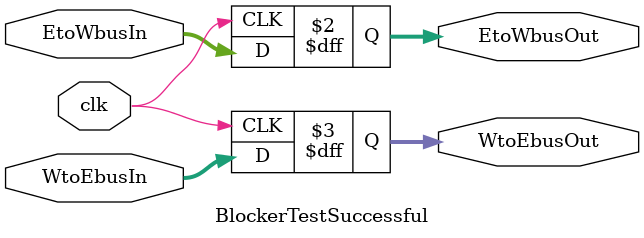
<source format=v>
`timescale 1ns / 1ps
module BlockerTestSuccessful(
    input clk,
    input [7:0] EtoWbusIn,
    output reg [7:0] EtoWbusOut,
    input [7:0] WtoEbusIn,
    output reg [7:0] WtoEbusOut
    );
    always @ (posedge clk) begin
        EtoWbusOut <= EtoWbusIn;
        WtoEbusOut <= WtoEbusIn;
    end
endmodule

</source>
